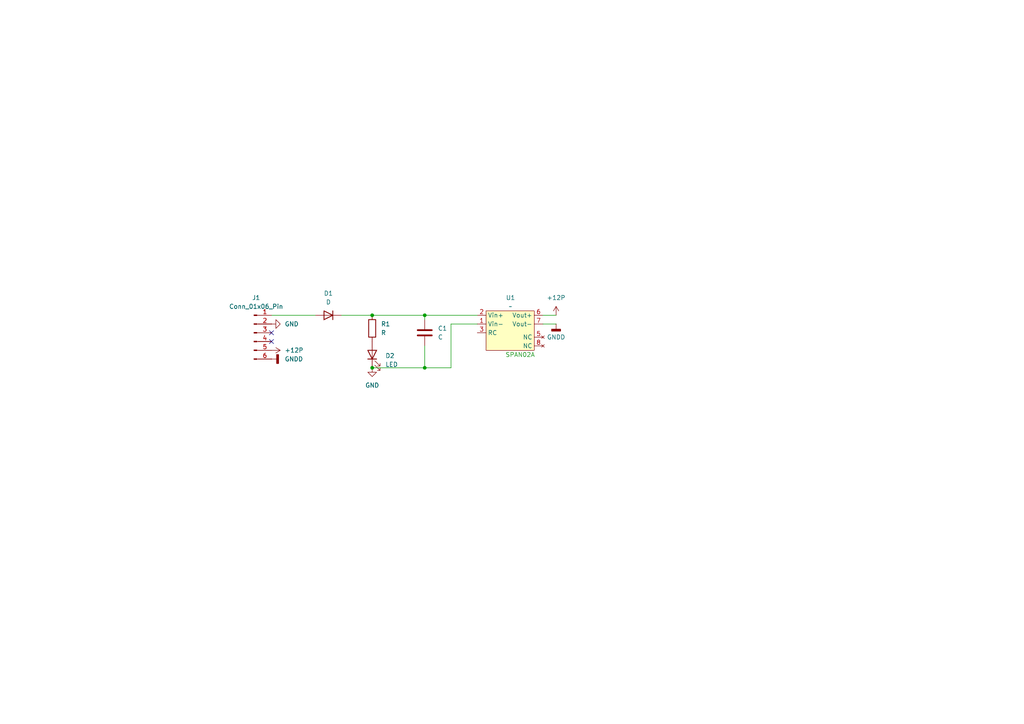
<source format=kicad_sch>
(kicad_sch
	(version 20231120)
	(generator "eeschema")
	(generator_version "8.0")
	(uuid "827e0900-8aee-4442-ba5a-bb976341ea2a")
	(paper "A4")
	(lib_symbols
		(symbol "Connector:Conn_01x06_Pin"
			(pin_names
				(offset 1.016) hide)
			(exclude_from_sim no)
			(in_bom yes)
			(on_board yes)
			(property "Reference" "J"
				(at 0 7.62 0)
				(effects
					(font
						(size 1.27 1.27)
					)
				)
			)
			(property "Value" "Conn_01x06_Pin"
				(at 0 -10.16 0)
				(effects
					(font
						(size 1.27 1.27)
					)
				)
			)
			(property "Footprint" ""
				(at 0 0 0)
				(effects
					(font
						(size 1.27 1.27)
					)
					(hide yes)
				)
			)
			(property "Datasheet" "~"
				(at 0 0 0)
				(effects
					(font
						(size 1.27 1.27)
					)
					(hide yes)
				)
			)
			(property "Description" "Generic connector, single row, 01x06, script generated"
				(at 0 0 0)
				(effects
					(font
						(size 1.27 1.27)
					)
					(hide yes)
				)
			)
			(property "ki_locked" ""
				(at 0 0 0)
				(effects
					(font
						(size 1.27 1.27)
					)
				)
			)
			(property "ki_keywords" "connector"
				(at 0 0 0)
				(effects
					(font
						(size 1.27 1.27)
					)
					(hide yes)
				)
			)
			(property "ki_fp_filters" "Connector*:*_1x??_*"
				(at 0 0 0)
				(effects
					(font
						(size 1.27 1.27)
					)
					(hide yes)
				)
			)
			(symbol "Conn_01x06_Pin_1_1"
				(polyline
					(pts
						(xy 1.27 -7.62) (xy 0.8636 -7.62)
					)
					(stroke
						(width 0.1524)
						(type default)
					)
					(fill
						(type none)
					)
				)
				(polyline
					(pts
						(xy 1.27 -5.08) (xy 0.8636 -5.08)
					)
					(stroke
						(width 0.1524)
						(type default)
					)
					(fill
						(type none)
					)
				)
				(polyline
					(pts
						(xy 1.27 -2.54) (xy 0.8636 -2.54)
					)
					(stroke
						(width 0.1524)
						(type default)
					)
					(fill
						(type none)
					)
				)
				(polyline
					(pts
						(xy 1.27 0) (xy 0.8636 0)
					)
					(stroke
						(width 0.1524)
						(type default)
					)
					(fill
						(type none)
					)
				)
				(polyline
					(pts
						(xy 1.27 2.54) (xy 0.8636 2.54)
					)
					(stroke
						(width 0.1524)
						(type default)
					)
					(fill
						(type none)
					)
				)
				(polyline
					(pts
						(xy 1.27 5.08) (xy 0.8636 5.08)
					)
					(stroke
						(width 0.1524)
						(type default)
					)
					(fill
						(type none)
					)
				)
				(rectangle
					(start 0.8636 -7.493)
					(end 0 -7.747)
					(stroke
						(width 0.1524)
						(type default)
					)
					(fill
						(type outline)
					)
				)
				(rectangle
					(start 0.8636 -4.953)
					(end 0 -5.207)
					(stroke
						(width 0.1524)
						(type default)
					)
					(fill
						(type outline)
					)
				)
				(rectangle
					(start 0.8636 -2.413)
					(end 0 -2.667)
					(stroke
						(width 0.1524)
						(type default)
					)
					(fill
						(type outline)
					)
				)
				(rectangle
					(start 0.8636 0.127)
					(end 0 -0.127)
					(stroke
						(width 0.1524)
						(type default)
					)
					(fill
						(type outline)
					)
				)
				(rectangle
					(start 0.8636 2.667)
					(end 0 2.413)
					(stroke
						(width 0.1524)
						(type default)
					)
					(fill
						(type outline)
					)
				)
				(rectangle
					(start 0.8636 5.207)
					(end 0 4.953)
					(stroke
						(width 0.1524)
						(type default)
					)
					(fill
						(type outline)
					)
				)
				(pin passive line
					(at 5.08 5.08 180)
					(length 3.81)
					(name "Pin_1"
						(effects
							(font
								(size 1.27 1.27)
							)
						)
					)
					(number "1"
						(effects
							(font
								(size 1.27 1.27)
							)
						)
					)
				)
				(pin passive line
					(at 5.08 2.54 180)
					(length 3.81)
					(name "Pin_2"
						(effects
							(font
								(size 1.27 1.27)
							)
						)
					)
					(number "2"
						(effects
							(font
								(size 1.27 1.27)
							)
						)
					)
				)
				(pin passive line
					(at 5.08 0 180)
					(length 3.81)
					(name "Pin_3"
						(effects
							(font
								(size 1.27 1.27)
							)
						)
					)
					(number "3"
						(effects
							(font
								(size 1.27 1.27)
							)
						)
					)
				)
				(pin passive line
					(at 5.08 -2.54 180)
					(length 3.81)
					(name "Pin_4"
						(effects
							(font
								(size 1.27 1.27)
							)
						)
					)
					(number "4"
						(effects
							(font
								(size 1.27 1.27)
							)
						)
					)
				)
				(pin passive line
					(at 5.08 -5.08 180)
					(length 3.81)
					(name "Pin_5"
						(effects
							(font
								(size 1.27 1.27)
							)
						)
					)
					(number "5"
						(effects
							(font
								(size 1.27 1.27)
							)
						)
					)
				)
				(pin passive line
					(at 5.08 -7.62 180)
					(length 3.81)
					(name "Pin_6"
						(effects
							(font
								(size 1.27 1.27)
							)
						)
					)
					(number "6"
						(effects
							(font
								(size 1.27 1.27)
							)
						)
					)
				)
			)
		)
		(symbol "Device:C"
			(pin_numbers hide)
			(pin_names
				(offset 0.254)
			)
			(exclude_from_sim no)
			(in_bom yes)
			(on_board yes)
			(property "Reference" "C"
				(at 0.635 2.54 0)
				(effects
					(font
						(size 1.27 1.27)
					)
					(justify left)
				)
			)
			(property "Value" "C"
				(at 0.635 -2.54 0)
				(effects
					(font
						(size 1.27 1.27)
					)
					(justify left)
				)
			)
			(property "Footprint" ""
				(at 0.9652 -3.81 0)
				(effects
					(font
						(size 1.27 1.27)
					)
					(hide yes)
				)
			)
			(property "Datasheet" "~"
				(at 0 0 0)
				(effects
					(font
						(size 1.27 1.27)
					)
					(hide yes)
				)
			)
			(property "Description" "Unpolarized capacitor"
				(at 0 0 0)
				(effects
					(font
						(size 1.27 1.27)
					)
					(hide yes)
				)
			)
			(property "ki_keywords" "cap capacitor"
				(at 0 0 0)
				(effects
					(font
						(size 1.27 1.27)
					)
					(hide yes)
				)
			)
			(property "ki_fp_filters" "C_*"
				(at 0 0 0)
				(effects
					(font
						(size 1.27 1.27)
					)
					(hide yes)
				)
			)
			(symbol "C_0_1"
				(polyline
					(pts
						(xy -2.032 -0.762) (xy 2.032 -0.762)
					)
					(stroke
						(width 0.508)
						(type default)
					)
					(fill
						(type none)
					)
				)
				(polyline
					(pts
						(xy -2.032 0.762) (xy 2.032 0.762)
					)
					(stroke
						(width 0.508)
						(type default)
					)
					(fill
						(type none)
					)
				)
			)
			(symbol "C_1_1"
				(pin passive line
					(at 0 3.81 270)
					(length 2.794)
					(name "~"
						(effects
							(font
								(size 1.27 1.27)
							)
						)
					)
					(number "1"
						(effects
							(font
								(size 1.27 1.27)
							)
						)
					)
				)
				(pin passive line
					(at 0 -3.81 90)
					(length 2.794)
					(name "~"
						(effects
							(font
								(size 1.27 1.27)
							)
						)
					)
					(number "2"
						(effects
							(font
								(size 1.27 1.27)
							)
						)
					)
				)
			)
		)
		(symbol "Device:D"
			(pin_numbers hide)
			(pin_names
				(offset 1.016) hide)
			(exclude_from_sim no)
			(in_bom yes)
			(on_board yes)
			(property "Reference" "D"
				(at 0 2.54 0)
				(effects
					(font
						(size 1.27 1.27)
					)
				)
			)
			(property "Value" "D"
				(at 0 -2.54 0)
				(effects
					(font
						(size 1.27 1.27)
					)
				)
			)
			(property "Footprint" ""
				(at 0 0 0)
				(effects
					(font
						(size 1.27 1.27)
					)
					(hide yes)
				)
			)
			(property "Datasheet" "~"
				(at 0 0 0)
				(effects
					(font
						(size 1.27 1.27)
					)
					(hide yes)
				)
			)
			(property "Description" "Diode"
				(at 0 0 0)
				(effects
					(font
						(size 1.27 1.27)
					)
					(hide yes)
				)
			)
			(property "Sim.Device" "D"
				(at 0 0 0)
				(effects
					(font
						(size 1.27 1.27)
					)
					(hide yes)
				)
			)
			(property "Sim.Pins" "1=K 2=A"
				(at 0 0 0)
				(effects
					(font
						(size 1.27 1.27)
					)
					(hide yes)
				)
			)
			(property "ki_keywords" "diode"
				(at 0 0 0)
				(effects
					(font
						(size 1.27 1.27)
					)
					(hide yes)
				)
			)
			(property "ki_fp_filters" "TO-???* *_Diode_* *SingleDiode* D_*"
				(at 0 0 0)
				(effects
					(font
						(size 1.27 1.27)
					)
					(hide yes)
				)
			)
			(symbol "D_0_1"
				(polyline
					(pts
						(xy -1.27 1.27) (xy -1.27 -1.27)
					)
					(stroke
						(width 0.254)
						(type default)
					)
					(fill
						(type none)
					)
				)
				(polyline
					(pts
						(xy 1.27 0) (xy -1.27 0)
					)
					(stroke
						(width 0)
						(type default)
					)
					(fill
						(type none)
					)
				)
				(polyline
					(pts
						(xy 1.27 1.27) (xy 1.27 -1.27) (xy -1.27 0) (xy 1.27 1.27)
					)
					(stroke
						(width 0.254)
						(type default)
					)
					(fill
						(type none)
					)
				)
			)
			(symbol "D_1_1"
				(pin passive line
					(at -3.81 0 0)
					(length 2.54)
					(name "K"
						(effects
							(font
								(size 1.27 1.27)
							)
						)
					)
					(number "1"
						(effects
							(font
								(size 1.27 1.27)
							)
						)
					)
				)
				(pin passive line
					(at 3.81 0 180)
					(length 2.54)
					(name "A"
						(effects
							(font
								(size 1.27 1.27)
							)
						)
					)
					(number "2"
						(effects
							(font
								(size 1.27 1.27)
							)
						)
					)
				)
			)
		)
		(symbol "Device:LED"
			(pin_numbers hide)
			(pin_names
				(offset 1.016) hide)
			(exclude_from_sim no)
			(in_bom yes)
			(on_board yes)
			(property "Reference" "D"
				(at 0 2.54 0)
				(effects
					(font
						(size 1.27 1.27)
					)
				)
			)
			(property "Value" "LED"
				(at 0 -2.54 0)
				(effects
					(font
						(size 1.27 1.27)
					)
				)
			)
			(property "Footprint" ""
				(at 0 0 0)
				(effects
					(font
						(size 1.27 1.27)
					)
					(hide yes)
				)
			)
			(property "Datasheet" "~"
				(at 0 0 0)
				(effects
					(font
						(size 1.27 1.27)
					)
					(hide yes)
				)
			)
			(property "Description" "Light emitting diode"
				(at 0 0 0)
				(effects
					(font
						(size 1.27 1.27)
					)
					(hide yes)
				)
			)
			(property "ki_keywords" "LED diode"
				(at 0 0 0)
				(effects
					(font
						(size 1.27 1.27)
					)
					(hide yes)
				)
			)
			(property "ki_fp_filters" "LED* LED_SMD:* LED_THT:*"
				(at 0 0 0)
				(effects
					(font
						(size 1.27 1.27)
					)
					(hide yes)
				)
			)
			(symbol "LED_0_1"
				(polyline
					(pts
						(xy -1.27 -1.27) (xy -1.27 1.27)
					)
					(stroke
						(width 0.254)
						(type default)
					)
					(fill
						(type none)
					)
				)
				(polyline
					(pts
						(xy -1.27 0) (xy 1.27 0)
					)
					(stroke
						(width 0)
						(type default)
					)
					(fill
						(type none)
					)
				)
				(polyline
					(pts
						(xy 1.27 -1.27) (xy 1.27 1.27) (xy -1.27 0) (xy 1.27 -1.27)
					)
					(stroke
						(width 0.254)
						(type default)
					)
					(fill
						(type none)
					)
				)
				(polyline
					(pts
						(xy -3.048 -0.762) (xy -4.572 -2.286) (xy -3.81 -2.286) (xy -4.572 -2.286) (xy -4.572 -1.524)
					)
					(stroke
						(width 0)
						(type default)
					)
					(fill
						(type none)
					)
				)
				(polyline
					(pts
						(xy -1.778 -0.762) (xy -3.302 -2.286) (xy -2.54 -2.286) (xy -3.302 -2.286) (xy -3.302 -1.524)
					)
					(stroke
						(width 0)
						(type default)
					)
					(fill
						(type none)
					)
				)
			)
			(symbol "LED_1_1"
				(pin passive line
					(at -3.81 0 0)
					(length 2.54)
					(name "K"
						(effects
							(font
								(size 1.27 1.27)
							)
						)
					)
					(number "1"
						(effects
							(font
								(size 1.27 1.27)
							)
						)
					)
				)
				(pin passive line
					(at 3.81 0 180)
					(length 2.54)
					(name "A"
						(effects
							(font
								(size 1.27 1.27)
							)
						)
					)
					(number "2"
						(effects
							(font
								(size 1.27 1.27)
							)
						)
					)
				)
			)
		)
		(symbol "Device:R"
			(pin_numbers hide)
			(pin_names
				(offset 0)
			)
			(exclude_from_sim no)
			(in_bom yes)
			(on_board yes)
			(property "Reference" "R"
				(at 2.032 0 90)
				(effects
					(font
						(size 1.27 1.27)
					)
				)
			)
			(property "Value" "R"
				(at 0 0 90)
				(effects
					(font
						(size 1.27 1.27)
					)
				)
			)
			(property "Footprint" ""
				(at -1.778 0 90)
				(effects
					(font
						(size 1.27 1.27)
					)
					(hide yes)
				)
			)
			(property "Datasheet" "~"
				(at 0 0 0)
				(effects
					(font
						(size 1.27 1.27)
					)
					(hide yes)
				)
			)
			(property "Description" "Resistor"
				(at 0 0 0)
				(effects
					(font
						(size 1.27 1.27)
					)
					(hide yes)
				)
			)
			(property "ki_keywords" "R res resistor"
				(at 0 0 0)
				(effects
					(font
						(size 1.27 1.27)
					)
					(hide yes)
				)
			)
			(property "ki_fp_filters" "R_*"
				(at 0 0 0)
				(effects
					(font
						(size 1.27 1.27)
					)
					(hide yes)
				)
			)
			(symbol "R_0_1"
				(rectangle
					(start -1.016 -2.54)
					(end 1.016 2.54)
					(stroke
						(width 0.254)
						(type default)
					)
					(fill
						(type none)
					)
				)
			)
			(symbol "R_1_1"
				(pin passive line
					(at 0 3.81 270)
					(length 1.27)
					(name "~"
						(effects
							(font
								(size 1.27 1.27)
							)
						)
					)
					(number "1"
						(effects
							(font
								(size 1.27 1.27)
							)
						)
					)
				)
				(pin passive line
					(at 0 -3.81 90)
					(length 1.27)
					(name "~"
						(effects
							(font
								(size 1.27 1.27)
							)
						)
					)
					(number "2"
						(effects
							(font
								(size 1.27 1.27)
							)
						)
					)
				)
			)
		)
		(symbol "components:SPAN02A"
			(exclude_from_sim no)
			(in_bom yes)
			(on_board yes)
			(property "Reference" "U"
				(at -5.842 2.794 0)
				(effects
					(font
						(size 1.27 1.27)
					)
				)
			)
			(property "Value" ""
				(at 0.762 -3.048 0)
				(effects
					(font
						(size 1.27 1.27)
					)
				)
			)
			(property "Footprint" ""
				(at 0.762 -3.048 0)
				(effects
					(font
						(size 1.27 1.27)
					)
					(hide yes)
				)
			)
			(property "Datasheet" ""
				(at 0.762 -3.048 0)
				(effects
					(font
						(size 1.27 1.27)
					)
					(hide yes)
				)
			)
			(property "Description" ""
				(at 0.762 -3.048 0)
				(effects
					(font
						(size 1.27 1.27)
					)
					(hide yes)
				)
			)
			(symbol "SPAN02A_1_1"
				(rectangle
					(start -6.35 1.27)
					(end 7.62 -10.16)
					(stroke
						(width 0)
						(type default)
					)
					(fill
						(type background)
					)
				)
				(text "SPAN02A\n"
					(at 3.556 -11.43 0)
					(effects
						(font
							(size 1.27 1.27)
							(color 34 153 38 1)
						)
					)
				)
				(pin power_in line
					(at -8.89 -2.54 0)
					(length 2.54)
					(name "Vin-"
						(effects
							(font
								(size 1.27 1.27)
							)
						)
					)
					(number "1"
						(effects
							(font
								(size 1.27 1.27)
							)
						)
					)
				)
				(pin power_in line
					(at -8.89 0 0)
					(length 2.54)
					(name "Vin+"
						(effects
							(font
								(size 1.27 1.27)
							)
						)
					)
					(number "2"
						(effects
							(font
								(size 1.27 1.27)
							)
						)
					)
				)
				(pin passive line
					(at -8.89 -5.08 0)
					(length 2.54)
					(name "RC"
						(effects
							(font
								(size 1.27 1.27)
							)
						)
					)
					(number "3"
						(effects
							(font
								(size 1.27 1.27)
							)
						)
					)
				)
				(pin no_connect line
					(at 10.16 -6.35 180)
					(length 2.54)
					(name "NC"
						(effects
							(font
								(size 1.27 1.27)
							)
						)
					)
					(number "5"
						(effects
							(font
								(size 1.27 1.27)
							)
						)
					)
				)
				(pin power_out line
					(at 10.16 0 180)
					(length 2.54)
					(name "Vout+"
						(effects
							(font
								(size 1.27 1.27)
							)
						)
					)
					(number "6"
						(effects
							(font
								(size 1.27 1.27)
							)
						)
					)
				)
				(pin power_out line
					(at 10.16 -2.54 180)
					(length 2.54)
					(name "Vout-"
						(effects
							(font
								(size 1.27 1.27)
							)
						)
					)
					(number "7"
						(effects
							(font
								(size 1.27 1.27)
							)
						)
					)
				)
				(pin no_connect line
					(at 10.16 -8.89 180)
					(length 2.54)
					(name "NC"
						(effects
							(font
								(size 1.27 1.27)
							)
						)
					)
					(number "8"
						(effects
							(font
								(size 1.27 1.27)
							)
						)
					)
				)
			)
		)
		(symbol "power:+12P"
			(power)
			(pin_numbers hide)
			(pin_names
				(offset 0) hide)
			(exclude_from_sim no)
			(in_bom yes)
			(on_board yes)
			(property "Reference" "#PWR"
				(at 0 -3.81 0)
				(effects
					(font
						(size 1.27 1.27)
					)
					(hide yes)
				)
			)
			(property "Value" "+12P"
				(at 0 3.556 0)
				(effects
					(font
						(size 1.27 1.27)
					)
				)
			)
			(property "Footprint" ""
				(at 0 0 0)
				(effects
					(font
						(size 1.27 1.27)
					)
					(hide yes)
				)
			)
			(property "Datasheet" ""
				(at 0 0 0)
				(effects
					(font
						(size 1.27 1.27)
					)
					(hide yes)
				)
			)
			(property "Description" "Power symbol creates a global label with name \"+12P\""
				(at 0 0 0)
				(effects
					(font
						(size 1.27 1.27)
					)
					(hide yes)
				)
			)
			(property "ki_keywords" "global power"
				(at 0 0 0)
				(effects
					(font
						(size 1.27 1.27)
					)
					(hide yes)
				)
			)
			(symbol "+12P_0_1"
				(polyline
					(pts
						(xy -0.762 1.27) (xy 0 2.54)
					)
					(stroke
						(width 0)
						(type default)
					)
					(fill
						(type none)
					)
				)
				(polyline
					(pts
						(xy 0 0) (xy 0 2.54)
					)
					(stroke
						(width 0)
						(type default)
					)
					(fill
						(type none)
					)
				)
				(polyline
					(pts
						(xy 0 2.54) (xy 0.762 1.27)
					)
					(stroke
						(width 0)
						(type default)
					)
					(fill
						(type none)
					)
				)
			)
			(symbol "+12P_1_1"
				(pin power_in line
					(at 0 0 90)
					(length 0)
					(name "~"
						(effects
							(font
								(size 1.27 1.27)
							)
						)
					)
					(number "1"
						(effects
							(font
								(size 1.27 1.27)
							)
						)
					)
				)
			)
		)
		(symbol "power:GND"
			(power)
			(pin_numbers hide)
			(pin_names
				(offset 0) hide)
			(exclude_from_sim no)
			(in_bom yes)
			(on_board yes)
			(property "Reference" "#PWR"
				(at 0 -6.35 0)
				(effects
					(font
						(size 1.27 1.27)
					)
					(hide yes)
				)
			)
			(property "Value" "GND"
				(at 0 -3.81 0)
				(effects
					(font
						(size 1.27 1.27)
					)
				)
			)
			(property "Footprint" ""
				(at 0 0 0)
				(effects
					(font
						(size 1.27 1.27)
					)
					(hide yes)
				)
			)
			(property "Datasheet" ""
				(at 0 0 0)
				(effects
					(font
						(size 1.27 1.27)
					)
					(hide yes)
				)
			)
			(property "Description" "Power symbol creates a global label with name \"GND\" , ground"
				(at 0 0 0)
				(effects
					(font
						(size 1.27 1.27)
					)
					(hide yes)
				)
			)
			(property "ki_keywords" "global power"
				(at 0 0 0)
				(effects
					(font
						(size 1.27 1.27)
					)
					(hide yes)
				)
			)
			(symbol "GND_0_1"
				(polyline
					(pts
						(xy 0 0) (xy 0 -1.27) (xy 1.27 -1.27) (xy 0 -2.54) (xy -1.27 -1.27) (xy 0 -1.27)
					)
					(stroke
						(width 0)
						(type default)
					)
					(fill
						(type none)
					)
				)
			)
			(symbol "GND_1_1"
				(pin power_in line
					(at 0 0 270)
					(length 0)
					(name "~"
						(effects
							(font
								(size 1.27 1.27)
							)
						)
					)
					(number "1"
						(effects
							(font
								(size 1.27 1.27)
							)
						)
					)
				)
			)
		)
		(symbol "power:GNDD"
			(power)
			(pin_numbers hide)
			(pin_names
				(offset 0) hide)
			(exclude_from_sim no)
			(in_bom yes)
			(on_board yes)
			(property "Reference" "#PWR"
				(at 0 -6.35 0)
				(effects
					(font
						(size 1.27 1.27)
					)
					(hide yes)
				)
			)
			(property "Value" "GNDD"
				(at 0 -3.175 0)
				(effects
					(font
						(size 1.27 1.27)
					)
				)
			)
			(property "Footprint" ""
				(at 0 0 0)
				(effects
					(font
						(size 1.27 1.27)
					)
					(hide yes)
				)
			)
			(property "Datasheet" ""
				(at 0 0 0)
				(effects
					(font
						(size 1.27 1.27)
					)
					(hide yes)
				)
			)
			(property "Description" "Power symbol creates a global label with name \"GNDD\" , digital ground"
				(at 0 0 0)
				(effects
					(font
						(size 1.27 1.27)
					)
					(hide yes)
				)
			)
			(property "ki_keywords" "global power"
				(at 0 0 0)
				(effects
					(font
						(size 1.27 1.27)
					)
					(hide yes)
				)
			)
			(symbol "GNDD_0_1"
				(rectangle
					(start -1.27 -1.524)
					(end 1.27 -2.032)
					(stroke
						(width 0.254)
						(type default)
					)
					(fill
						(type outline)
					)
				)
				(polyline
					(pts
						(xy 0 0) (xy 0 -1.524)
					)
					(stroke
						(width 0)
						(type default)
					)
					(fill
						(type none)
					)
				)
			)
			(symbol "GNDD_1_1"
				(pin power_in line
					(at 0 0 270)
					(length 0)
					(name "~"
						(effects
							(font
								(size 1.27 1.27)
							)
						)
					)
					(number "1"
						(effects
							(font
								(size 1.27 1.27)
							)
						)
					)
				)
			)
		)
	)
	(junction
		(at 123.19 106.68)
		(diameter 0)
		(color 0 0 0 0)
		(uuid "57696192-13e5-44af-a56a-7ead6652221c")
	)
	(junction
		(at 107.95 91.44)
		(diameter 0)
		(color 0 0 0 0)
		(uuid "a1c20f3e-169e-4a17-9d6c-54c90b166afa")
	)
	(junction
		(at 107.95 106.68)
		(diameter 0)
		(color 0 0 0 0)
		(uuid "aae9cc4d-d3ba-446b-a217-39b8640498d8")
	)
	(junction
		(at 123.19 91.44)
		(diameter 0)
		(color 0 0 0 0)
		(uuid "f6e39323-c39b-4549-a9ce-7693237e052c")
	)
	(no_connect
		(at 78.74 96.52)
		(uuid "371cf162-d9bd-4c06-82a2-e1e32f7c62ce")
	)
	(no_connect
		(at 78.74 99.06)
		(uuid "f6f7072e-072e-4d05-b017-76f603a58ed7")
	)
	(wire
		(pts
			(xy 123.19 91.44) (xy 107.95 91.44)
		)
		(stroke
			(width 0)
			(type default)
		)
		(uuid "0c4fa1d0-4f80-4000-8815-35bbfe250549")
	)
	(wire
		(pts
			(xy 123.19 92.71) (xy 123.19 91.44)
		)
		(stroke
			(width 0)
			(type default)
		)
		(uuid "1c6717d4-bd81-497c-8ec1-0b469a954c30")
	)
	(wire
		(pts
			(xy 123.19 91.44) (xy 138.43 91.44)
		)
		(stroke
			(width 0)
			(type default)
		)
		(uuid "4c267957-3ae5-4637-870d-61798c9389a6")
	)
	(wire
		(pts
			(xy 138.43 93.98) (xy 130.81 93.98)
		)
		(stroke
			(width 0)
			(type default)
		)
		(uuid "8b1b9f9d-2757-4ab1-a84e-cc565a6b4895")
	)
	(wire
		(pts
			(xy 78.74 91.44) (xy 91.44 91.44)
		)
		(stroke
			(width 0)
			(type default)
		)
		(uuid "8bc18078-6494-4755-b1be-102f99ed154e")
	)
	(wire
		(pts
			(xy 157.48 91.44) (xy 161.29 91.44)
		)
		(stroke
			(width 0)
			(type default)
		)
		(uuid "93dc6652-aaa3-40bc-a863-5572f8f992d2")
	)
	(wire
		(pts
			(xy 107.95 106.68) (xy 123.19 106.68)
		)
		(stroke
			(width 0)
			(type default)
		)
		(uuid "9ca6f17c-7a89-4ddb-ab62-5681ce13ad47")
	)
	(wire
		(pts
			(xy 123.19 106.68) (xy 123.19 100.33)
		)
		(stroke
			(width 0)
			(type default)
		)
		(uuid "a102b950-22c0-4416-a93b-2ce894284a00")
	)
	(wire
		(pts
			(xy 130.81 106.68) (xy 123.19 106.68)
		)
		(stroke
			(width 0)
			(type default)
		)
		(uuid "a9fd9a9b-043d-4015-975f-c51505364833")
	)
	(wire
		(pts
			(xy 99.06 91.44) (xy 107.95 91.44)
		)
		(stroke
			(width 0)
			(type default)
		)
		(uuid "d5976ab7-b44d-4337-b3fc-712112dc3db0")
	)
	(wire
		(pts
			(xy 130.81 93.98) (xy 130.81 106.68)
		)
		(stroke
			(width 0)
			(type default)
		)
		(uuid "d6c34dc6-89b3-4a15-bd85-8a03c99f0dcc")
	)
	(wire
		(pts
			(xy 157.48 93.98) (xy 161.29 93.98)
		)
		(stroke
			(width 0)
			(type default)
		)
		(uuid "db99dbeb-2a72-4b40-9082-01857f868d44")
	)
	(symbol
		(lib_id "Device:C")
		(at 123.19 96.52 0)
		(unit 1)
		(exclude_from_sim no)
		(in_bom yes)
		(on_board yes)
		(dnp no)
		(fields_autoplaced yes)
		(uuid "0701275c-b8d2-48db-91f9-b5836f68d1d7")
		(property "Reference" "C1"
			(at 127 95.2499 0)
			(effects
				(font
					(size 1.27 1.27)
				)
				(justify left)
			)
		)
		(property "Value" "C"
			(at 127 97.7899 0)
			(effects
				(font
					(size 1.27 1.27)
				)
				(justify left)
			)
		)
		(property "Footprint" "Capacitor_SMD:C_0805_2012Metric"
			(at 124.1552 100.33 0)
			(effects
				(font
					(size 1.27 1.27)
				)
				(hide yes)
			)
		)
		(property "Datasheet" "~"
			(at 123.19 96.52 0)
			(effects
				(font
					(size 1.27 1.27)
				)
				(hide yes)
			)
		)
		(property "Description" "Unpolarized capacitor"
			(at 123.19 96.52 0)
			(effects
				(font
					(size 1.27 1.27)
				)
				(hide yes)
			)
		)
		(pin "1"
			(uuid "888e30a6-5bf8-462d-bcd5-7be86bfac776")
		)
		(pin "2"
			(uuid "c0f88b33-0430-4d4a-bc1b-202c9a545715")
		)
		(instances
			(project ""
				(path "/827e0900-8aee-4442-ba5a-bb976341ea2a"
					(reference "C1")
					(unit 1)
				)
			)
		)
	)
	(symbol
		(lib_id "power:GNDD")
		(at 78.74 104.14 90)
		(unit 1)
		(exclude_from_sim no)
		(in_bom yes)
		(on_board yes)
		(dnp no)
		(fields_autoplaced yes)
		(uuid "0eac354a-9ec6-4e66-8f14-49c411678f83")
		(property "Reference" "#PWR06"
			(at 85.09 104.14 0)
			(effects
				(font
					(size 1.27 1.27)
				)
				(hide yes)
			)
		)
		(property "Value" "GNDD"
			(at 82.55 104.1399 90)
			(effects
				(font
					(size 1.27 1.27)
				)
				(justify right)
			)
		)
		(property "Footprint" ""
			(at 78.74 104.14 0)
			(effects
				(font
					(size 1.27 1.27)
				)
				(hide yes)
			)
		)
		(property "Datasheet" ""
			(at 78.74 104.14 0)
			(effects
				(font
					(size 1.27 1.27)
				)
				(hide yes)
			)
		)
		(property "Description" "Power symbol creates a global label with name \"GNDD\" , digital ground"
			(at 78.74 104.14 0)
			(effects
				(font
					(size 1.27 1.27)
				)
				(hide yes)
			)
		)
		(pin "1"
			(uuid "d82fb04e-81b1-4ddd-bd73-61fd89742dc8")
		)
		(instances
			(project "pcb"
				(path "/827e0900-8aee-4442-ba5a-bb976341ea2a"
					(reference "#PWR06")
					(unit 1)
				)
			)
		)
	)
	(symbol
		(lib_id "power:+12P")
		(at 78.74 101.6 270)
		(unit 1)
		(exclude_from_sim no)
		(in_bom yes)
		(on_board yes)
		(dnp no)
		(fields_autoplaced yes)
		(uuid "2e706d1b-eb75-4667-b12c-7bb6459e2dce")
		(property "Reference" "#PWR05"
			(at 74.93 101.6 0)
			(effects
				(font
					(size 1.27 1.27)
				)
				(hide yes)
			)
		)
		(property "Value" "+12P"
			(at 82.55 101.5999 90)
			(effects
				(font
					(size 1.27 1.27)
				)
				(justify left)
			)
		)
		(property "Footprint" ""
			(at 78.74 101.6 0)
			(effects
				(font
					(size 1.27 1.27)
				)
				(hide yes)
			)
		)
		(property "Datasheet" ""
			(at 78.74 101.6 0)
			(effects
				(font
					(size 1.27 1.27)
				)
				(hide yes)
			)
		)
		(property "Description" "Power symbol creates a global label with name \"+12P\""
			(at 78.74 101.6 0)
			(effects
				(font
					(size 1.27 1.27)
				)
				(hide yes)
			)
		)
		(pin "1"
			(uuid "a556f9dc-10b2-42e1-9cc1-967f94733c1b")
		)
		(instances
			(project "pcb"
				(path "/827e0900-8aee-4442-ba5a-bb976341ea2a"
					(reference "#PWR05")
					(unit 1)
				)
			)
		)
	)
	(symbol
		(lib_id "power:GND")
		(at 107.95 106.68 0)
		(unit 1)
		(exclude_from_sim no)
		(in_bom yes)
		(on_board yes)
		(dnp no)
		(fields_autoplaced yes)
		(uuid "324231a7-5cfa-4449-9963-c3f5b469593d")
		(property "Reference" "#PWR01"
			(at 107.95 113.03 0)
			(effects
				(font
					(size 1.27 1.27)
				)
				(hide yes)
			)
		)
		(property "Value" "GND"
			(at 107.95 111.76 0)
			(effects
				(font
					(size 1.27 1.27)
				)
			)
		)
		(property "Footprint" ""
			(at 107.95 106.68 0)
			(effects
				(font
					(size 1.27 1.27)
				)
				(hide yes)
			)
		)
		(property "Datasheet" ""
			(at 107.95 106.68 0)
			(effects
				(font
					(size 1.27 1.27)
				)
				(hide yes)
			)
		)
		(property "Description" "Power symbol creates a global label with name \"GND\" , ground"
			(at 107.95 106.68 0)
			(effects
				(font
					(size 1.27 1.27)
				)
				(hide yes)
			)
		)
		(pin "1"
			(uuid "61c2d91f-ed91-44d5-be6d-36a1dc303064")
		)
		(instances
			(project ""
				(path "/827e0900-8aee-4442-ba5a-bb976341ea2a"
					(reference "#PWR01")
					(unit 1)
				)
			)
		)
	)
	(symbol
		(lib_id "power:+12P")
		(at 161.29 91.44 0)
		(unit 1)
		(exclude_from_sim no)
		(in_bom yes)
		(on_board yes)
		(dnp no)
		(fields_autoplaced yes)
		(uuid "344f84ba-fdb0-4091-812d-68c2ec0e4aeb")
		(property "Reference" "#PWR03"
			(at 161.29 95.25 0)
			(effects
				(font
					(size 1.27 1.27)
				)
				(hide yes)
			)
		)
		(property "Value" "+12P"
			(at 161.29 86.36 0)
			(effects
				(font
					(size 1.27 1.27)
				)
			)
		)
		(property "Footprint" ""
			(at 161.29 91.44 0)
			(effects
				(font
					(size 1.27 1.27)
				)
				(hide yes)
			)
		)
		(property "Datasheet" ""
			(at 161.29 91.44 0)
			(effects
				(font
					(size 1.27 1.27)
				)
				(hide yes)
			)
		)
		(property "Description" "Power symbol creates a global label with name \"+12P\""
			(at 161.29 91.44 0)
			(effects
				(font
					(size 1.27 1.27)
				)
				(hide yes)
			)
		)
		(pin "1"
			(uuid "966ea915-0423-4437-be1c-5156520d94e7")
		)
		(instances
			(project ""
				(path "/827e0900-8aee-4442-ba5a-bb976341ea2a"
					(reference "#PWR03")
					(unit 1)
				)
			)
		)
	)
	(symbol
		(lib_id "Device:R")
		(at 107.95 95.25 0)
		(unit 1)
		(exclude_from_sim no)
		(in_bom yes)
		(on_board yes)
		(dnp no)
		(fields_autoplaced yes)
		(uuid "368f6473-56e4-4a9e-8ffb-baf8c2b82618")
		(property "Reference" "R1"
			(at 110.49 93.9799 0)
			(effects
				(font
					(size 1.27 1.27)
				)
				(justify left)
			)
		)
		(property "Value" "R"
			(at 110.49 96.5199 0)
			(effects
				(font
					(size 1.27 1.27)
				)
				(justify left)
			)
		)
		(property "Footprint" "Resistor_SMD:R_1206_3216Metric"
			(at 106.172 95.25 90)
			(effects
				(font
					(size 1.27 1.27)
				)
				(hide yes)
			)
		)
		(property "Datasheet" "~"
			(at 107.95 95.25 0)
			(effects
				(font
					(size 1.27 1.27)
				)
				(hide yes)
			)
		)
		(property "Description" "Resistor"
			(at 107.95 95.25 0)
			(effects
				(font
					(size 1.27 1.27)
				)
				(hide yes)
			)
		)
		(pin "2"
			(uuid "722cce9c-1803-4cce-8cc6-1ba2d8db72e4")
		)
		(pin "1"
			(uuid "9138dd6d-87ba-4be8-be1c-6c602aed914f")
		)
		(instances
			(project ""
				(path "/827e0900-8aee-4442-ba5a-bb976341ea2a"
					(reference "R1")
					(unit 1)
				)
			)
		)
	)
	(symbol
		(lib_id "components:SPAN02A")
		(at 147.32 91.44 0)
		(unit 1)
		(exclude_from_sim no)
		(in_bom yes)
		(on_board yes)
		(dnp no)
		(fields_autoplaced yes)
		(uuid "47eaa739-2ed6-4d55-8cb1-3b8b72184e61")
		(property "Reference" "U1"
			(at 148.0801 86.36 0)
			(effects
				(font
					(size 1.27 1.27)
				)
			)
		)
		(property "Value" "~"
			(at 148.0801 88.9 0)
			(effects
				(font
					(size 1.27 1.27)
				)
			)
		)
		(property "Footprint" "components:SPAN02A"
			(at 148.082 94.488 0)
			(effects
				(font
					(size 1.27 1.27)
				)
				(hide yes)
			)
		)
		(property "Datasheet" ""
			(at 148.082 94.488 0)
			(effects
				(font
					(size 1.27 1.27)
				)
				(hide yes)
			)
		)
		(property "Description" ""
			(at 148.082 94.488 0)
			(effects
				(font
					(size 1.27 1.27)
				)
				(hide yes)
			)
		)
		(pin "5"
			(uuid "1221e6e5-0002-4db1-9707-6f26f684c1ce")
		)
		(pin "7"
			(uuid "362d191b-7e3e-4229-a9c2-ed69b1e5149c")
		)
		(pin "1"
			(uuid "f532450e-2674-475a-9eb3-285f51449d24")
		)
		(pin "2"
			(uuid "ddb5909d-337b-42af-9259-90df070b12d5")
		)
		(pin "6"
			(uuid "a49f66cf-1a58-4541-8e60-9381c3fc6cfa")
		)
		(pin "8"
			(uuid "1c06b4be-195b-4f34-beb3-7d2a89f966b5")
		)
		(pin "3"
			(uuid "3fcfa31c-7871-4682-9d2e-3485e306d9d4")
		)
		(instances
			(project ""
				(path "/827e0900-8aee-4442-ba5a-bb976341ea2a"
					(reference "U1")
					(unit 1)
				)
			)
		)
	)
	(symbol
		(lib_id "power:GNDD")
		(at 161.29 93.98 0)
		(unit 1)
		(exclude_from_sim no)
		(in_bom yes)
		(on_board yes)
		(dnp no)
		(fields_autoplaced yes)
		(uuid "4fc7e0a3-7e1f-47b5-bba1-76cbdfc9b734")
		(property "Reference" "#PWR04"
			(at 161.29 100.33 0)
			(effects
				(font
					(size 1.27 1.27)
				)
				(hide yes)
			)
		)
		(property "Value" "GNDD"
			(at 161.29 97.79 0)
			(effects
				(font
					(size 1.27 1.27)
				)
			)
		)
		(property "Footprint" ""
			(at 161.29 93.98 0)
			(effects
				(font
					(size 1.27 1.27)
				)
				(hide yes)
			)
		)
		(property "Datasheet" ""
			(at 161.29 93.98 0)
			(effects
				(font
					(size 1.27 1.27)
				)
				(hide yes)
			)
		)
		(property "Description" "Power symbol creates a global label with name \"GNDD\" , digital ground"
			(at 161.29 93.98 0)
			(effects
				(font
					(size 1.27 1.27)
				)
				(hide yes)
			)
		)
		(pin "1"
			(uuid "17741e19-6c42-479e-ae1c-569d1e0784b8")
		)
		(instances
			(project ""
				(path "/827e0900-8aee-4442-ba5a-bb976341ea2a"
					(reference "#PWR04")
					(unit 1)
				)
			)
		)
	)
	(symbol
		(lib_id "Device:LED")
		(at 107.95 102.87 90)
		(unit 1)
		(exclude_from_sim no)
		(in_bom yes)
		(on_board yes)
		(dnp no)
		(fields_autoplaced yes)
		(uuid "708d8580-7b73-4ac3-b0ac-cd914ed0517d")
		(property "Reference" "D2"
			(at 111.76 103.1874 90)
			(effects
				(font
					(size 1.27 1.27)
				)
				(justify right)
			)
		)
		(property "Value" "LED"
			(at 111.76 105.7274 90)
			(effects
				(font
					(size 1.27 1.27)
				)
				(justify right)
			)
		)
		(property "Footprint" "LED_SMD:LED_0805_2012Metric"
			(at 107.95 102.87 0)
			(effects
				(font
					(size 1.27 1.27)
				)
				(hide yes)
			)
		)
		(property "Datasheet" "~"
			(at 107.95 102.87 0)
			(effects
				(font
					(size 1.27 1.27)
				)
				(hide yes)
			)
		)
		(property "Description" "Light emitting diode"
			(at 107.95 102.87 0)
			(effects
				(font
					(size 1.27 1.27)
				)
				(hide yes)
			)
		)
		(pin "1"
			(uuid "ff7123eb-20a3-483f-aeae-b5eefdb17eed")
		)
		(pin "2"
			(uuid "6b03b5e0-83c4-46b8-bce6-7963aea16b1a")
		)
		(instances
			(project ""
				(path "/827e0900-8aee-4442-ba5a-bb976341ea2a"
					(reference "D2")
					(unit 1)
				)
			)
		)
	)
	(symbol
		(lib_id "Device:D")
		(at 95.25 91.44 180)
		(unit 1)
		(exclude_from_sim no)
		(in_bom yes)
		(on_board yes)
		(dnp no)
		(fields_autoplaced yes)
		(uuid "723875f8-53df-47a4-99c6-9fb5ab05305a")
		(property "Reference" "D1"
			(at 95.25 85.09 0)
			(effects
				(font
					(size 1.27 1.27)
				)
			)
		)
		(property "Value" "D"
			(at 95.25 87.63 0)
			(effects
				(font
					(size 1.27 1.27)
				)
			)
		)
		(property "Footprint" "Diode_SMD:D_SMA"
			(at 95.25 91.44 0)
			(effects
				(font
					(size 1.27 1.27)
				)
				(hide yes)
			)
		)
		(property "Datasheet" "~"
			(at 95.25 91.44 0)
			(effects
				(font
					(size 1.27 1.27)
				)
				(hide yes)
			)
		)
		(property "Description" "Diode"
			(at 95.25 91.44 0)
			(effects
				(font
					(size 1.27 1.27)
				)
				(hide yes)
			)
		)
		(property "Sim.Device" "D"
			(at 95.25 91.44 0)
			(effects
				(font
					(size 1.27 1.27)
				)
				(hide yes)
			)
		)
		(property "Sim.Pins" "1=K 2=A"
			(at 95.25 91.44 0)
			(effects
				(font
					(size 1.27 1.27)
				)
				(hide yes)
			)
		)
		(pin "1"
			(uuid "b43c8ef9-cc6e-4948-bfb1-53a270241e11")
		)
		(pin "2"
			(uuid "00d0b78a-41e0-49f7-b051-ac2309e10d86")
		)
		(instances
			(project ""
				(path "/827e0900-8aee-4442-ba5a-bb976341ea2a"
					(reference "D1")
					(unit 1)
				)
			)
		)
	)
	(symbol
		(lib_id "power:GND")
		(at 78.74 93.98 90)
		(unit 1)
		(exclude_from_sim no)
		(in_bom yes)
		(on_board yes)
		(dnp no)
		(fields_autoplaced yes)
		(uuid "93d27b7c-8ff9-4746-9e83-b4c39b715f43")
		(property "Reference" "#PWR02"
			(at 85.09 93.98 0)
			(effects
				(font
					(size 1.27 1.27)
				)
				(hide yes)
			)
		)
		(property "Value" "GND"
			(at 82.55 93.9799 90)
			(effects
				(font
					(size 1.27 1.27)
				)
				(justify right)
			)
		)
		(property "Footprint" ""
			(at 78.74 93.98 0)
			(effects
				(font
					(size 1.27 1.27)
				)
				(hide yes)
			)
		)
		(property "Datasheet" ""
			(at 78.74 93.98 0)
			(effects
				(font
					(size 1.27 1.27)
				)
				(hide yes)
			)
		)
		(property "Description" "Power symbol creates a global label with name \"GND\" , ground"
			(at 78.74 93.98 0)
			(effects
				(font
					(size 1.27 1.27)
				)
				(hide yes)
			)
		)
		(pin "1"
			(uuid "176d0265-bcc7-48ca-8145-63c28d64e696")
		)
		(instances
			(project "pcb"
				(path "/827e0900-8aee-4442-ba5a-bb976341ea2a"
					(reference "#PWR02")
					(unit 1)
				)
			)
		)
	)
	(symbol
		(lib_id "Connector:Conn_01x06_Pin")
		(at 73.66 96.52 0)
		(unit 1)
		(exclude_from_sim no)
		(in_bom yes)
		(on_board yes)
		(dnp no)
		(fields_autoplaced yes)
		(uuid "9eaf04e2-a1c4-4c91-a99a-810c48f8e1b6")
		(property "Reference" "J1"
			(at 74.295 86.36 0)
			(effects
				(font
					(size 1.27 1.27)
				)
			)
		)
		(property "Value" "Conn_01x06_Pin"
			(at 74.295 88.9 0)
			(effects
				(font
					(size 1.27 1.27)
				)
			)
		)
		(property "Footprint" "Connector_Molex:Molex_Micro-Fit_3.0_43045-0612_2x03_P3.00mm_Vertical"
			(at 73.66 96.52 0)
			(effects
				(font
					(size 1.27 1.27)
				)
				(hide yes)
			)
		)
		(property "Datasheet" "~"
			(at 73.66 96.52 0)
			(effects
				(font
					(size 1.27 1.27)
				)
				(hide yes)
			)
		)
		(property "Description" "Generic connector, single row, 01x06, script generated"
			(at 73.66 96.52 0)
			(effects
				(font
					(size 1.27 1.27)
				)
				(hide yes)
			)
		)
		(pin "3"
			(uuid "2478c863-348d-4221-b089-c8ebab8b34c6")
		)
		(pin "2"
			(uuid "40d97011-eeed-42be-84d0-4b31ca68e8f9")
		)
		(pin "5"
			(uuid "e545dc4f-9cbb-450e-8b1d-559ae505a4f0")
		)
		(pin "1"
			(uuid "d40bb6f2-022c-4623-95f4-d2d99488241f")
		)
		(pin "6"
			(uuid "2450f20f-e7bb-4527-8d78-ca379a6cbeda")
		)
		(pin "4"
			(uuid "8f55faa6-916f-4d93-b292-0dc5544ee2a5")
		)
		(instances
			(project ""
				(path "/827e0900-8aee-4442-ba5a-bb976341ea2a"
					(reference "J1")
					(unit 1)
				)
			)
		)
	)
	(sheet_instances
		(path "/"
			(page "1")
		)
	)
)

</source>
